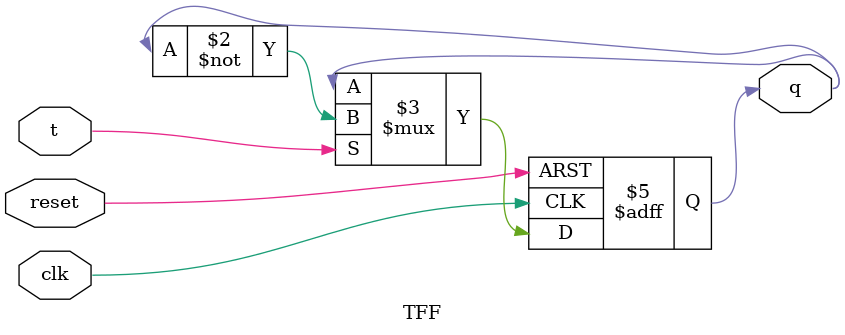
<source format=v>
`timescale 1ns / 1ps

module TFF(
input t,
input clk,
input reset,
output reg q
    );
    always @(posedge clk or posedge reset) begin
    if(reset)//always at posivitive edge
    q<=1'b0;
    else if(t)
    q<=~q;
    end 
    
endmodule

</source>
